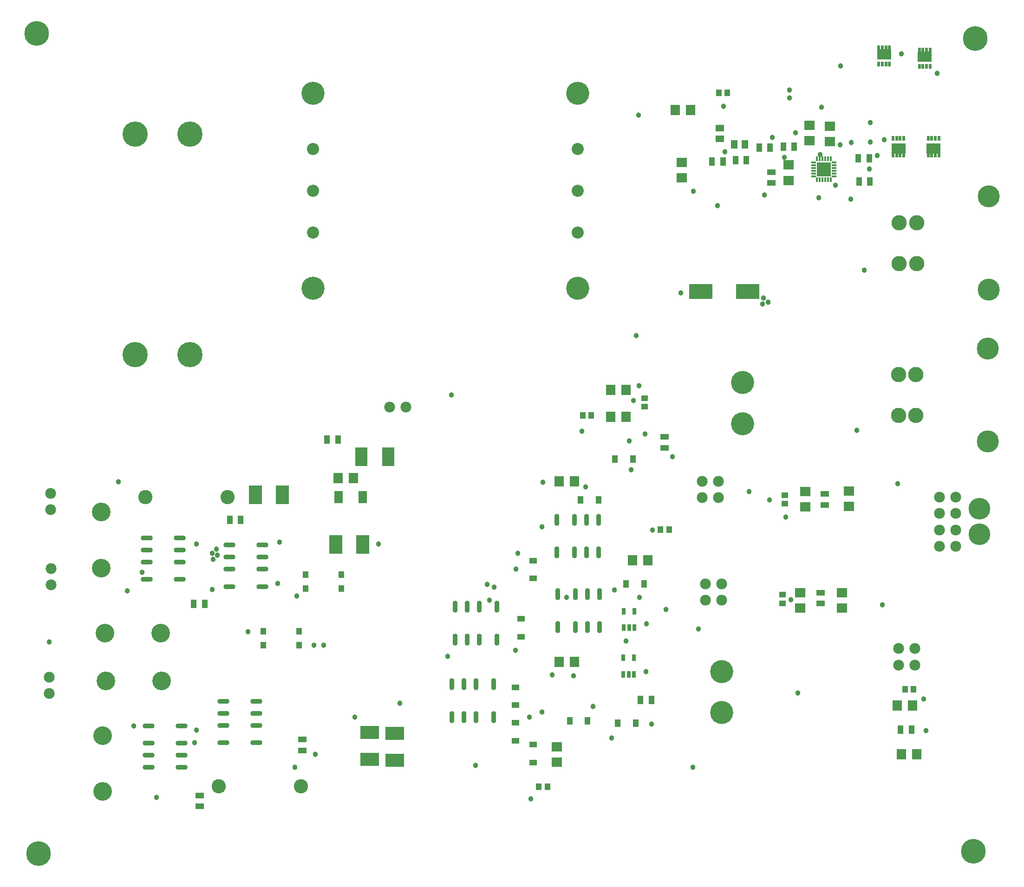
<source format=gts>
G04*
G04 #@! TF.GenerationSoftware,Altium Limited,Altium Designer,21.7.2 (23)*
G04*
G04 Layer_Color=8388736*
%FSLAX25Y25*%
%MOIN*%
G70*
G04*
G04 #@! TF.SameCoordinates,1753F5FE-5082-4D15-9E76-917EA7E0E8BB*
G04*
G04*
G04 #@! TF.FilePolarity,Negative*
G04*
G01*
G75*
%ADD42C,0.03800*%
%ADD43R,0.04383X0.05603*%
%ADD44R,0.02454X0.03556*%
%ADD45R,0.10131X0.07532*%
%ADD46O,0.03556X0.08674*%
%ADD47R,0.05603X0.04383*%
%ADD48R,0.04343X0.06115*%
%ADD49R,0.01784X0.03556*%
%ADD50R,0.10446X0.10446*%
%ADD51R,0.03556X0.01784*%
%ADD52R,0.07690X0.06509*%
%ADD53R,0.06509X0.07690*%
%ADD54R,0.13595X0.09461*%
%ADD55O,0.08674X0.03556*%
%ADD56R,0.09461X0.13595*%
%ADD57R,0.06115X0.04343*%
%ADD58R,0.04343X0.04540*%
%ADD59R,0.04540X0.04343*%
%ADD60R,0.03162X0.04737*%
%ADD61R,0.08517X0.13202*%
%ADD62R,0.06312X0.09068*%
%ADD63R,0.03950X0.04737*%
%ADD64R,0.17139X0.10642*%
%ADD65R,0.04934X0.06312*%
%ADD66R,0.06312X0.04934*%
%ADD67C,0.16548*%
%ADD68C,0.07800*%
%ADD69C,0.10958*%
%ADD70C,0.15800*%
%ADD71C,0.08674*%
%ADD72C,0.13398*%
%ADD73C,0.10249*%
%ADD74C,0.18123*%
%ADD75C,0.15600*%
%ADD76C,0.17729*%
D42*
X432677Y-531496D02*
D03*
X205512Y-552756D02*
D03*
X452756Y-430709D02*
D03*
X105905Y-574409D02*
D03*
X134646Y-392126D02*
D03*
X78740Y-347638D02*
D03*
X450394Y-242520D02*
D03*
X456693Y-313386D02*
D03*
X618504Y-89764D02*
D03*
X508661Y-149213D02*
D03*
X451968Y-84252D02*
D03*
X560236Y-66142D02*
D03*
X556693Y-114567D02*
D03*
X491339Y-138976D02*
D03*
X604331Y-144488D02*
D03*
X604724Y-103937D02*
D03*
X608661Y-310630D02*
D03*
X638189Y-348819D02*
D03*
X597047Y-49016D02*
D03*
X614173Y-195669D02*
D03*
X566535Y-499213D02*
D03*
X564567Y-96850D02*
D03*
X335039Y-551181D02*
D03*
X192913Y-420472D02*
D03*
X343307Y-421260D02*
D03*
X194488Y-390945D02*
D03*
X225984Y-464961D02*
D03*
X314961Y-472835D02*
D03*
X317717Y-285433D02*
D03*
X531496Y-354724D02*
D03*
X490945Y-552756D02*
D03*
X85039Y-425984D02*
D03*
X627165Y-435827D02*
D03*
X494882Y-453150D02*
D03*
X280709Y-506693D02*
D03*
X29134Y-462598D02*
D03*
X461417Y-521654D02*
D03*
X476378Y-329528D02*
D03*
X546063Y-360630D02*
D03*
X617717Y-122835D02*
D03*
X623228Y-113386D02*
D03*
X666535Y-54331D02*
D03*
X618504Y-103543D02*
D03*
X628346Y-101969D02*
D03*
X512992Y-77953D02*
D03*
X461885Y-382366D02*
D03*
X445413Y-318110D02*
D03*
X446850Y-338976D02*
D03*
X448425Y-289370D02*
D03*
X95669Y-412598D02*
D03*
X540945Y-220079D02*
D03*
X541823Y-215445D02*
D03*
X149213Y-396063D02*
D03*
X149606Y-400394D02*
D03*
X146063Y-398819D02*
D03*
X146850Y-403150D02*
D03*
X640551Y-40157D02*
D03*
X344882Y-432677D02*
D03*
X348425Y-423228D02*
D03*
X363779Y-468504D02*
D03*
X548032Y-100394D02*
D03*
X560236Y-72047D02*
D03*
X482283Y-211811D02*
D03*
X582283Y-112598D02*
D03*
X596850Y-105512D02*
D03*
X581496Y-143701D02*
D03*
X593307Y-134646D02*
D03*
X514173Y-110630D02*
D03*
X583465Y-78740D02*
D03*
X542520Y-141732D02*
D03*
X171653Y-455118D02*
D03*
X265354Y-392126D02*
D03*
X133465Y-535039D02*
D03*
X220079Y-543307D02*
D03*
X89764Y-522835D02*
D03*
X146063Y-424803D02*
D03*
X134646Y-525984D02*
D03*
X248425Y-516535D02*
D03*
X206693Y-429528D02*
D03*
X365354Y-398819D02*
D03*
X434646Y-425197D02*
D03*
X471654Y-439370D02*
D03*
X658268Y-526378D02*
D03*
X544882Y-218504D02*
D03*
X452362Y-278740D02*
D03*
X442913Y-461811D02*
D03*
X374803Y-575197D02*
D03*
X382677Y-512992D02*
D03*
X419291Y-509055D02*
D03*
X390158Y-486221D02*
D03*
X218898Y-464961D02*
D03*
X656693Y-503543D02*
D03*
X457874Y-449606D02*
D03*
X561417Y-432283D02*
D03*
X557874Y-372835D02*
D03*
X411417Y-311417D02*
D03*
X414173Y-351181D02*
D03*
X383465Y-348031D02*
D03*
X382677Y-379921D02*
D03*
X364173Y-410236D02*
D03*
X400394Y-430709D02*
D03*
X457480Y-483858D02*
D03*
X405512Y-487008D02*
D03*
X373622Y-516535D02*
D03*
D43*
X450000Y-520866D02*
D03*
X437087D02*
D03*
X455905Y-420866D02*
D03*
X442992D02*
D03*
X410472Y-360630D02*
D03*
X423386D02*
D03*
X402598Y-519291D02*
D03*
X415512D02*
D03*
X448032Y-331102D02*
D03*
X435118D02*
D03*
D44*
X659941Y-101083D02*
D03*
X662500D02*
D03*
X665059D02*
D03*
X667618D02*
D03*
Y-112894D02*
D03*
X665059D02*
D03*
X659941D02*
D03*
X662500D02*
D03*
X637303Y-112795D02*
D03*
X634744D02*
D03*
X639862D02*
D03*
X642421D02*
D03*
Y-100984D02*
D03*
X639862D02*
D03*
X637303D02*
D03*
X634744D02*
D03*
X661319Y-49409D02*
D03*
X658760D02*
D03*
X656201D02*
D03*
X653642D02*
D03*
Y-37598D02*
D03*
X656201D02*
D03*
X661319D02*
D03*
X658760D02*
D03*
X629626Y-35925D02*
D03*
X632185D02*
D03*
X627067D02*
D03*
X624508D02*
D03*
Y-47736D02*
D03*
X627067D02*
D03*
X629626D02*
D03*
X632185D02*
D03*
D45*
X663779Y-108268D02*
D03*
X638583Y-108169D02*
D03*
X657480Y-42224D02*
D03*
X628346Y-40551D02*
D03*
D46*
X348031Y-492913D02*
D03*
X335433D02*
D03*
X326772D02*
D03*
X318110D02*
D03*
X348031Y-516535D02*
D03*
X335433Y-516535D02*
D03*
X326772D02*
D03*
X318110D02*
D03*
X350394Y-437402D02*
D03*
X337795D02*
D03*
X329134D02*
D03*
X320472D02*
D03*
X350394Y-461024D02*
D03*
X337795Y-461024D02*
D03*
X329134D02*
D03*
X320472D02*
D03*
X423228Y-374803D02*
D03*
X414567D02*
D03*
X405905D02*
D03*
X393307Y-374803D02*
D03*
X423228Y-398425D02*
D03*
X414567D02*
D03*
X405905D02*
D03*
X393307D02*
D03*
X394094Y-451968D02*
D03*
X406693D02*
D03*
X415354D02*
D03*
X424016D02*
D03*
X394094Y-428346D02*
D03*
X406693Y-428346D02*
D03*
X415354D02*
D03*
X424016D02*
D03*
D47*
X363779Y-495118D02*
D03*
Y-508032D02*
D03*
X367717Y-445905D02*
D03*
Y-458819D02*
D03*
X376378Y-536299D02*
D03*
Y-549213D02*
D03*
Y-417087D02*
D03*
Y-404173D02*
D03*
X363779Y-520709D02*
D03*
Y-533622D02*
D03*
D48*
X555905Y-107087D02*
D03*
X563779D02*
D03*
X140551Y-435433D02*
D03*
X132677D02*
D03*
X504724Y-117717D02*
D03*
X512598D02*
D03*
X521654Y-116535D02*
D03*
X529528D02*
D03*
X617717Y-115354D02*
D03*
X609842D02*
D03*
X618110Y-131890D02*
D03*
X610236D02*
D03*
X546457Y-107480D02*
D03*
X538583D02*
D03*
X461417Y-504331D02*
D03*
X453543D02*
D03*
X158661Y-374803D02*
D03*
X166535D02*
D03*
X236221Y-317323D02*
D03*
X228346D02*
D03*
X648032Y-525541D02*
D03*
X640158D02*
D03*
D49*
X586024Y-130709D02*
D03*
X589961D02*
D03*
X582087D02*
D03*
X587992D02*
D03*
X584055D02*
D03*
X580118D02*
D03*
X586024Y-115748D02*
D03*
X584055D02*
D03*
X580118D02*
D03*
X582087D02*
D03*
X587992D02*
D03*
X589961D02*
D03*
D50*
X585039Y-123228D02*
D03*
D51*
X592520Y-118307D02*
D03*
Y-120276D02*
D03*
Y-122244D02*
D03*
Y-124213D02*
D03*
Y-126181D02*
D03*
Y-128150D02*
D03*
X577559D02*
D03*
Y-126181D02*
D03*
Y-124213D02*
D03*
Y-122244D02*
D03*
Y-120276D02*
D03*
Y-118307D02*
D03*
D52*
X559842Y-120079D02*
D03*
Y-131102D02*
D03*
X393307Y-548819D02*
D03*
Y-537795D02*
D03*
X589370Y-92126D02*
D03*
Y-103150D02*
D03*
X574803Y-91732D02*
D03*
Y-102756D02*
D03*
X603150Y-354331D02*
D03*
Y-365354D02*
D03*
X571654Y-365748D02*
D03*
Y-354724D02*
D03*
X568110Y-438189D02*
D03*
Y-427165D02*
D03*
X598032D02*
D03*
Y-438189D02*
D03*
X483071Y-118110D02*
D03*
Y-129134D02*
D03*
D53*
X478346Y-80709D02*
D03*
X489370D02*
D03*
X431890Y-300787D02*
D03*
X442913D02*
D03*
X394882Y-347244D02*
D03*
X405905D02*
D03*
Y-476772D02*
D03*
X394882D02*
D03*
X637795Y-508268D02*
D03*
X648819D02*
D03*
X640551Y-543307D02*
D03*
X651575D02*
D03*
X431890Y-281496D02*
D03*
X442913D02*
D03*
X458661Y-403937D02*
D03*
X447638D02*
D03*
X247244Y-344882D02*
D03*
X236221D02*
D03*
D54*
X259055Y-527756D02*
D03*
Y-547047D02*
D03*
X277165Y-547441D02*
D03*
Y-528150D02*
D03*
D55*
X124016Y-552756D02*
D03*
Y-544095D02*
D03*
Y-535433D02*
D03*
X124016Y-522835D02*
D03*
X100394Y-552756D02*
D03*
Y-544095D02*
D03*
Y-535433D02*
D03*
Y-522835D02*
D03*
X153937Y-505118D02*
D03*
Y-513779D02*
D03*
Y-522441D02*
D03*
X153937Y-535039D02*
D03*
X177559Y-505118D02*
D03*
Y-513779D02*
D03*
Y-522441D02*
D03*
Y-535039D02*
D03*
X158268Y-392913D02*
D03*
Y-401575D02*
D03*
Y-410236D02*
D03*
X158268Y-422835D02*
D03*
X181890Y-392913D02*
D03*
Y-401575D02*
D03*
Y-410236D02*
D03*
Y-422835D02*
D03*
X99213Y-387795D02*
D03*
Y-396457D02*
D03*
Y-405118D02*
D03*
X99213Y-417717D02*
D03*
X122835Y-387795D02*
D03*
Y-396457D02*
D03*
Y-405118D02*
D03*
Y-417717D02*
D03*
D56*
X196457Y-357087D02*
D03*
X177165D02*
D03*
X234842Y-392520D02*
D03*
X254134D02*
D03*
D57*
X547244Y-125197D02*
D03*
Y-133071D02*
D03*
X470866Y-323228D02*
D03*
Y-315354D02*
D03*
X210630Y-540551D02*
D03*
Y-532677D02*
D03*
X585827Y-364173D02*
D03*
Y-356299D02*
D03*
X582677Y-435039D02*
D03*
Y-427165D02*
D03*
X137008Y-572835D02*
D03*
Y-580709D02*
D03*
D58*
X467815Y-381890D02*
D03*
X473917D02*
D03*
X411909Y-300000D02*
D03*
X418012D02*
D03*
X380512Y-566535D02*
D03*
X386614D02*
D03*
X643307Y-496457D02*
D03*
X649409D02*
D03*
X509547Y-68110D02*
D03*
X515650D02*
D03*
D59*
X456299Y-287598D02*
D03*
Y-293701D02*
D03*
X557087Y-357283D02*
D03*
Y-363386D02*
D03*
X555512Y-428740D02*
D03*
Y-434842D02*
D03*
D60*
X448622Y-485827D02*
D03*
X441142D02*
D03*
X448622Y-474016D02*
D03*
X441142D02*
D03*
X444882Y-485827D02*
D03*
X449016Y-452362D02*
D03*
X441535D02*
D03*
X449016Y-440551D02*
D03*
X441535D02*
D03*
X445276Y-452362D02*
D03*
D61*
X252933Y-329528D02*
D03*
X272264D02*
D03*
D62*
X236614Y-358661D02*
D03*
X253937D02*
D03*
D63*
X208465Y-464843D02*
D03*
Y-454843D02*
D03*
X182874Y-464843D02*
D03*
Y-454843D02*
D03*
X213189Y-414291D02*
D03*
Y-424291D02*
D03*
X238779Y-414291D02*
D03*
Y-424291D02*
D03*
D64*
X530217Y-211024D02*
D03*
X496555D02*
D03*
D65*
X520866Y-105118D02*
D03*
X528346D02*
D03*
D66*
X510236Y-93701D02*
D03*
Y-101181D02*
D03*
D67*
X526772Y-305906D02*
D03*
Y-276378D02*
D03*
X218307Y-68583D02*
D03*
Y-208583D02*
D03*
X408465Y-68583D02*
D03*
Y-208583D02*
D03*
X511811Y-513386D02*
D03*
Y-483858D02*
D03*
D68*
X29134Y-499606D02*
D03*
Y-487795D02*
D03*
X497649Y-359055D02*
D03*
Y-347255D02*
D03*
X509449Y-359055D02*
D03*
Y-347255D02*
D03*
X511800Y-420877D02*
D03*
Y-432677D02*
D03*
X500000Y-420877D02*
D03*
Y-432677D02*
D03*
X285039Y-294094D02*
D03*
X273228D02*
D03*
X638594Y-467323D02*
D03*
X650394D02*
D03*
X638594Y-479123D02*
D03*
X650394D02*
D03*
X29921Y-355906D02*
D03*
Y-367717D02*
D03*
X30315Y-421654D02*
D03*
Y-409842D02*
D03*
X668050Y-370333D02*
D03*
Y-358533D02*
D03*
X679850D02*
D03*
Y-370333D02*
D03*
Y-393933D02*
D03*
Y-382133D02*
D03*
X668050D02*
D03*
Y-393933D02*
D03*
D69*
X651575Y-161445D02*
D03*
X639055Y-190945D02*
D03*
Y-161445D02*
D03*
X651575Y-190945D02*
D03*
X651181Y-300000D02*
D03*
X638661Y-270500D02*
D03*
Y-300000D02*
D03*
X651181Y-270500D02*
D03*
D70*
X703268Y-142744D02*
D03*
Y-209646D02*
D03*
X702874Y-318701D02*
D03*
Y-251799D02*
D03*
D71*
X218307Y-108583D02*
D03*
Y-138583D02*
D03*
Y-168583D02*
D03*
X408465Y-108583D02*
D03*
Y-138583D02*
D03*
Y-168583D02*
D03*
D72*
X109843Y-490551D02*
D03*
X69685D02*
D03*
X66535Y-409449D02*
D03*
Y-369291D02*
D03*
X67323Y-529921D02*
D03*
Y-570079D02*
D03*
X109055Y-456299D02*
D03*
X68898D02*
D03*
D73*
X157087Y-358661D02*
D03*
X98032D02*
D03*
X150787Y-566142D02*
D03*
X209842D02*
D03*
D74*
X90551Y-98032D02*
D03*
X129921D02*
D03*
X90551Y-256299D02*
D03*
X129921D02*
D03*
D75*
X696850Y-366933D02*
D03*
Y-385433D02*
D03*
D76*
X21260Y-614567D02*
D03*
X692520Y-612992D02*
D03*
X20079Y-25591D02*
D03*
X693701Y-29134D02*
D03*
M02*

</source>
